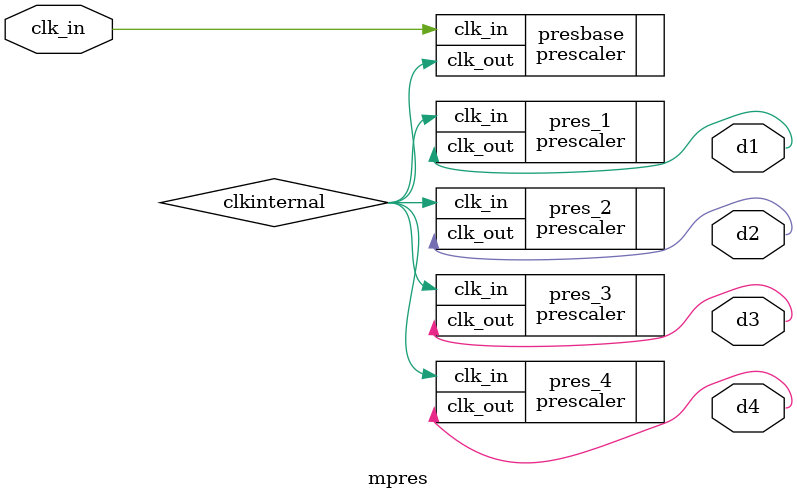
<source format=v>
module mpres #(parameter N0 = 1, N1 = 1, N2 = 1, N3 = 1, N4 = 1) (
    input clk_in,
    output d1,d2,d3,d4
);

wire clkinternal;

prescaler #(.N(N0)) presbase (
    .clk_in (clk_in),
    .clk_out (clkinternal)
);

prescaler #(.N(N1)) pres_1 (
    .clk_in (clkinternal),
    .clk_out (d1)
);

prescaler #(.N(N2)) pres_2 (
    .clk_in (clkinternal),
    .clk_out (d2)
);

prescaler #(.N(N3)) pres_3 (
    .clk_in (clkinternal),
    .clk_out (d3)
);

prescaler #(.N(N4)) pres_4 (
    .clk_in (clkinternal),
    .clk_out (d4)
);


endmodule

</source>
